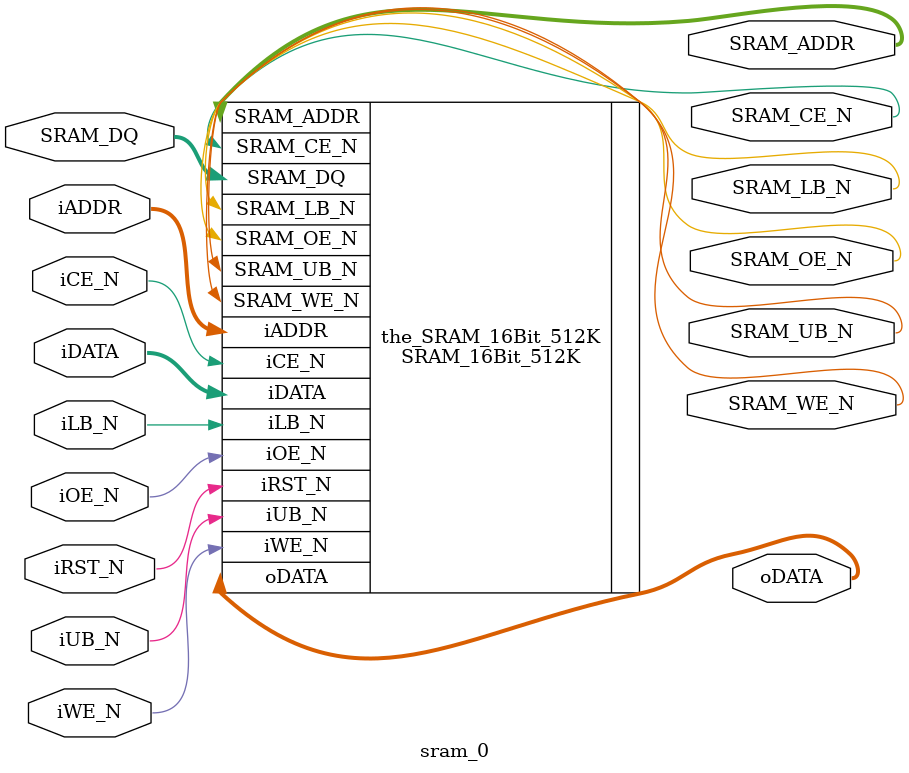
<source format=v>

`timescale 1ns / 100ps
// synthesis translate_on
module sram_0 (
                // inputs:
                 iADDR,
                 iCE_N,
                 iDATA,
                 iLB_N,
                 iOE_N,
                 iRST_N,
                 iUB_N,
                 iWE_N,

                // outputs:
                 SRAM_ADDR,
                 SRAM_CE_N,
                 SRAM_DQ,
                 SRAM_LB_N,
                 SRAM_OE_N,
                 SRAM_UB_N,
                 SRAM_WE_N,
                 oDATA
              );

  output  [ 17: 0] SRAM_ADDR;
  output           SRAM_CE_N;
  inout   [ 15: 0] SRAM_DQ;
  output           SRAM_LB_N;
  output           SRAM_OE_N;
  output           SRAM_UB_N;
  output           SRAM_WE_N;
  output  [ 15: 0] oDATA;
  input   [ 17: 0] iADDR;
  input            iCE_N;
  input   [ 15: 0] iDATA;
  input            iLB_N;
  input            iOE_N;
  input            iRST_N;
  input            iUB_N;
  input            iWE_N;

  wire    [ 17: 0] SRAM_ADDR;
  wire             SRAM_CE_N;
  wire    [ 15: 0] SRAM_DQ;
  wire             SRAM_LB_N;
  wire             SRAM_OE_N;
  wire             SRAM_UB_N;
  wire             SRAM_WE_N;
  wire    [ 15: 0] oDATA;
  SRAM_16Bit_512K the_SRAM_16Bit_512K
    (
      .SRAM_ADDR (SRAM_ADDR),
      .SRAM_CE_N (SRAM_CE_N),
      .SRAM_DQ   (SRAM_DQ),
      .SRAM_LB_N (SRAM_LB_N),
      .SRAM_OE_N (SRAM_OE_N),
      .SRAM_UB_N (SRAM_UB_N),
      .SRAM_WE_N (SRAM_WE_N),
      .iADDR     (iADDR),
      .iCE_N     (iCE_N),
      .iDATA     (iDATA),
      .iLB_N     (iLB_N),
      .iOE_N     (iOE_N),
      .iRST_N    (iRST_N),
      .iUB_N     (iUB_N),
      .iWE_N     (iWE_N),
      .oDATA     (oDATA)
    );



endmodule


</source>
